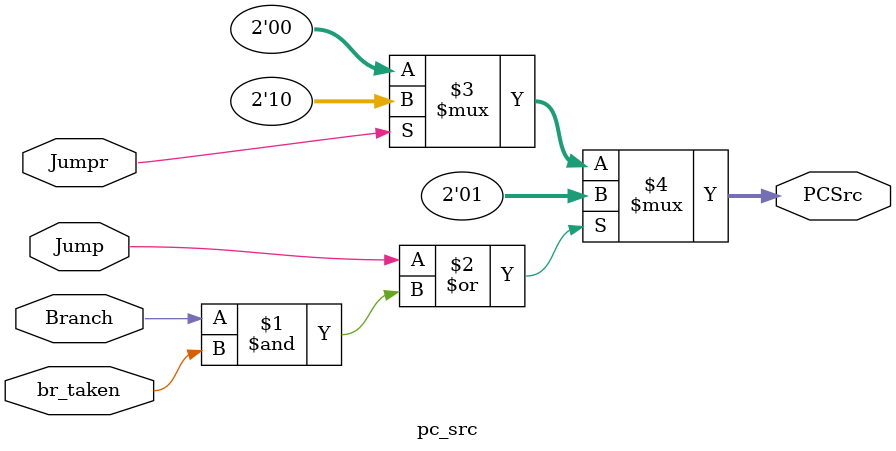
<source format=sv>

module pc_src
(
  input  logic       Jump,
  input  logic       Jumpr,
  input  logic       Branch,
  input  logic       br_taken,
  output logic [1:0] PCSrc
);

  assign PCSrc = Jump | (Branch & br_taken) ? 2'b01 : // PCE + ImmExtE
                 Jumpr                      ? 2'b10 : // ALUResultE & ~1
                                              2'b00 ; // PCF + 4

endmodule

</source>
